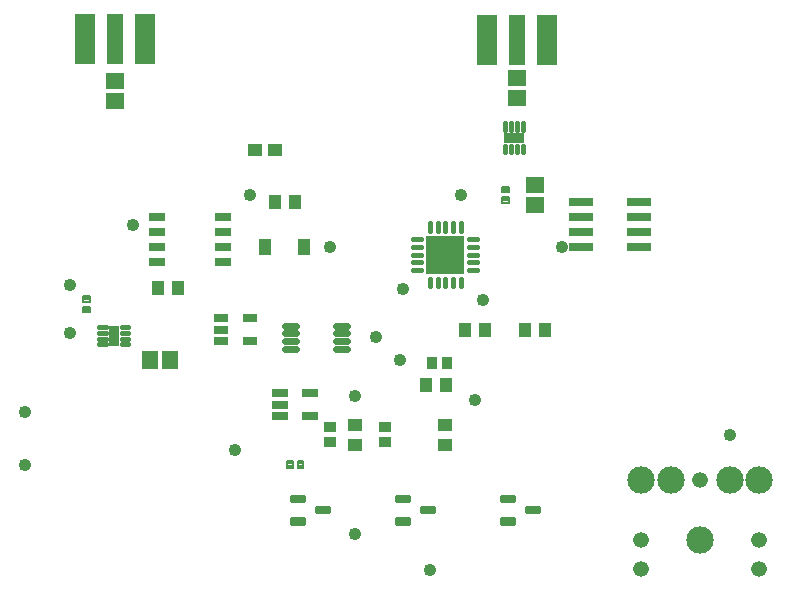
<source format=gbr>
G04 EAGLE Gerber RS-274X export*
G75*
%MOMM*%
%FSLAX34Y34*%
%LPD*%
%INSoldermask Top*%
%IPPOS*%
%AMOC8*
5,1,8,0,0,1.08239X$1,22.5*%
G01*
%ADD10R,0.827000X1.027000*%
%ADD11R,1.227000X1.127000*%
%ADD12R,1.037000X1.347000*%
%ADD13R,1.327000X0.727000*%
%ADD14C,2.311400*%
%ADD15C,1.327000*%
%ADD16R,1.127000X1.227000*%
%ADD17C,0.419500*%
%ADD18R,1.727000X0.927000*%
%ADD19C,0.597000*%
%ADD20C,0.447000*%
%ADD21R,3.227000X3.227000*%
%ADD22R,1.627000X1.427000*%
%ADD23C,0.200100*%
%ADD24R,0.927000X1.727000*%
%ADD25R,1.282700X0.747000*%
%ADD26R,1.427000X1.627000*%
%ADD27R,2.108200X0.685800*%
%ADD28R,1.651000X4.191000*%
%ADD29R,1.397000X4.191000*%
%ADD30C,0.428928*%
%ADD31R,1.027000X0.827000*%
%ADD32C,1.079500*%


D10*
X356720Y187960D03*
X369720Y187960D03*
D11*
X207400Y368300D03*
X224400Y368300D03*
D12*
X216035Y285750D03*
X248785Y285750D03*
D13*
X124400Y311150D03*
X124400Y298450D03*
X124400Y285750D03*
X124400Y273050D03*
X180400Y273050D03*
X180400Y285750D03*
X180400Y298450D03*
X180400Y311150D03*
D14*
X584200Y38100D03*
X559200Y88100D03*
X534200Y88100D03*
X609200Y88100D03*
X634200Y88100D03*
D15*
X534200Y38100D03*
X534200Y13100D03*
X634200Y13100D03*
X634200Y38100D03*
X584200Y88100D03*
D16*
X240910Y323850D03*
X223910Y323850D03*
D11*
X368300Y118500D03*
X368300Y135500D03*
D16*
X369180Y168910D03*
X352180Y168910D03*
X141850Y251460D03*
X124850Y251460D03*
D17*
X434220Y385224D02*
X434220Y390610D01*
X434220Y390610D01*
X434220Y385224D01*
X434220Y385224D01*
X434220Y389209D02*
X434220Y389209D01*
X429220Y390610D02*
X429220Y385224D01*
X429220Y390610D02*
X429220Y390610D01*
X429220Y385224D01*
X429220Y385224D01*
X429220Y389209D02*
X429220Y389209D01*
X424220Y390610D02*
X424220Y385224D01*
X424220Y390610D02*
X424220Y390610D01*
X424220Y385224D01*
X424220Y385224D01*
X424220Y389209D02*
X424220Y389209D01*
X419220Y390610D02*
X419220Y385224D01*
X419220Y390610D02*
X419220Y390610D01*
X419220Y385224D01*
X419220Y385224D01*
X419220Y389209D02*
X419220Y389209D01*
X419220Y371696D02*
X419220Y366310D01*
X419220Y371696D02*
X419220Y371696D01*
X419220Y366310D01*
X419220Y366310D01*
X419220Y370295D02*
X419220Y370295D01*
X424220Y371696D02*
X424220Y366310D01*
X424220Y371696D02*
X424220Y371696D01*
X424220Y366310D01*
X424220Y366310D01*
X424220Y370295D02*
X424220Y370295D01*
X429220Y371696D02*
X429220Y366310D01*
X429220Y371696D02*
X429220Y371696D01*
X429220Y366310D01*
X429220Y366310D01*
X429220Y370295D02*
X429220Y370295D01*
X434220Y371696D02*
X434220Y366310D01*
X434220Y371696D02*
X434220Y371696D01*
X434220Y366310D01*
X434220Y366310D01*
X434220Y370295D02*
X434220Y370295D01*
D18*
X426720Y378460D03*
D19*
X285480Y199800D02*
X275980Y199800D01*
X275980Y206300D02*
X285480Y206300D01*
X285480Y212800D02*
X275980Y212800D01*
X275980Y219300D02*
X285480Y219300D01*
X242180Y219300D02*
X232680Y219300D01*
X232680Y212800D02*
X242180Y212800D01*
X242180Y206300D02*
X232680Y206300D01*
X232680Y199800D02*
X242180Y199800D01*
D20*
X388587Y266400D02*
X395259Y266400D01*
X395259Y272900D02*
X388587Y272900D01*
X388587Y279400D02*
X395259Y279400D01*
X395259Y285900D02*
X388587Y285900D01*
X388587Y292400D02*
X395259Y292400D01*
X381300Y299687D02*
X381300Y306359D01*
X374800Y306359D02*
X374800Y299687D01*
X368300Y299687D02*
X368300Y306359D01*
X361800Y306359D02*
X361800Y299687D01*
X355300Y299687D02*
X355300Y306359D01*
X348013Y292400D02*
X341341Y292400D01*
X341341Y285900D02*
X348013Y285900D01*
X348013Y279400D02*
X341341Y279400D01*
X341341Y272900D02*
X348013Y272900D01*
X348013Y266400D02*
X341341Y266400D01*
X355300Y259113D02*
X355300Y252441D01*
X361800Y252441D02*
X361800Y259113D01*
X368300Y259113D02*
X368300Y252441D01*
X374800Y252441D02*
X374800Y259113D01*
X381300Y259113D02*
X381300Y252441D01*
D21*
X368300Y279400D03*
D22*
X429260Y411870D03*
X429260Y428870D03*
X444500Y321700D03*
X444500Y338700D03*
D23*
X421885Y336985D02*
X421885Y332315D01*
X416315Y332315D01*
X416315Y336985D01*
X421885Y336985D01*
X421885Y334216D02*
X416315Y334216D01*
X416315Y336117D02*
X421885Y336117D01*
X421885Y328085D02*
X421885Y323415D01*
X416315Y323415D01*
X416315Y328085D01*
X421885Y328085D01*
X421885Y325316D02*
X416315Y325316D01*
X416315Y327217D02*
X421885Y327217D01*
D17*
X99780Y203320D02*
X94394Y203320D01*
X99780Y203320D02*
X99780Y203320D01*
X94394Y203320D01*
X94394Y203320D01*
X94394Y208320D02*
X99780Y208320D01*
X99780Y208320D01*
X94394Y208320D01*
X94394Y208320D01*
X94394Y213320D02*
X99780Y213320D01*
X99780Y213320D01*
X94394Y213320D01*
X94394Y213320D01*
X94394Y218320D02*
X99780Y218320D01*
X99780Y218320D01*
X94394Y218320D01*
X94394Y218320D01*
X80866Y218320D02*
X75480Y218320D01*
X80866Y218320D02*
X80866Y218320D01*
X75480Y218320D01*
X75480Y218320D01*
X75480Y213320D02*
X80866Y213320D01*
X80866Y213320D01*
X75480Y213320D01*
X75480Y213320D01*
X75480Y208320D02*
X80866Y208320D01*
X80866Y208320D01*
X75480Y208320D01*
X75480Y208320D01*
X75480Y203320D02*
X80866Y203320D01*
X80866Y203320D01*
X75480Y203320D01*
X75480Y203320D01*
D24*
X87630Y210820D03*
D25*
X178044Y225400D03*
X178044Y215900D03*
X178044Y206400D03*
X202956Y206400D03*
X202956Y225400D03*
D26*
X135500Y190500D03*
X118500Y190500D03*
D22*
X88900Y426330D03*
X88900Y409330D03*
D23*
X67555Y244275D02*
X67555Y239605D01*
X61985Y239605D01*
X61985Y244275D01*
X67555Y244275D01*
X67555Y241506D02*
X61985Y241506D01*
X61985Y243407D02*
X67555Y243407D01*
X67555Y235375D02*
X67555Y230705D01*
X61985Y230705D01*
X61985Y235375D01*
X67555Y235375D01*
X67555Y232606D02*
X61985Y232606D01*
X61985Y234507D02*
X67555Y234507D01*
X243415Y98815D02*
X248085Y98815D01*
X243415Y98815D02*
X243415Y104385D01*
X248085Y104385D01*
X248085Y98815D01*
X248085Y100716D02*
X243415Y100716D01*
X243415Y102617D02*
X248085Y102617D01*
X239185Y98815D02*
X234515Y98815D01*
X234515Y104385D01*
X239185Y104385D01*
X239185Y98815D01*
X239185Y100716D02*
X234515Y100716D01*
X234515Y102617D02*
X239185Y102617D01*
D27*
X532638Y285750D03*
X532638Y298450D03*
X532638Y311150D03*
X532638Y323850D03*
X483362Y323850D03*
X483362Y311150D03*
X483362Y298450D03*
X483362Y285750D03*
D28*
X114300Y462280D03*
X63500Y462280D03*
D29*
X88900Y462280D03*
D28*
X454660Y461010D03*
X403860Y461010D03*
D29*
X429260Y461010D03*
D16*
X453000Y215900D03*
X436000Y215900D03*
X402200Y215900D03*
X385200Y215900D03*
D30*
X416559Y71509D02*
X425841Y71509D01*
X416559Y71509D02*
X416559Y74491D01*
X425841Y74491D01*
X425841Y71509D01*
X425841Y52509D02*
X416559Y52509D01*
X416559Y55491D01*
X425841Y55491D01*
X425841Y52509D01*
X437759Y62009D02*
X447041Y62009D01*
X437759Y62009D02*
X437759Y64991D01*
X447041Y64991D01*
X447041Y62009D01*
X336941Y71509D02*
X327659Y71509D01*
X327659Y74491D01*
X336941Y74491D01*
X336941Y71509D01*
X336941Y52509D02*
X327659Y52509D01*
X327659Y55491D01*
X336941Y55491D01*
X336941Y52509D01*
X348859Y62009D02*
X358141Y62009D01*
X348859Y62009D02*
X348859Y64991D01*
X358141Y64991D01*
X358141Y62009D01*
X248041Y71509D02*
X238759Y71509D01*
X238759Y74491D01*
X248041Y74491D01*
X248041Y71509D01*
X248041Y52509D02*
X238759Y52509D01*
X238759Y55491D01*
X248041Y55491D01*
X248041Y52509D01*
X259959Y62009D02*
X269241Y62009D01*
X259959Y62009D02*
X259959Y64991D01*
X269241Y64991D01*
X269241Y62009D01*
D11*
X292100Y118500D03*
X292100Y135500D03*
D13*
X228800Y161900D03*
X228800Y152400D03*
X228800Y142900D03*
X253800Y142900D03*
X253800Y161900D03*
D31*
X317500Y133500D03*
X317500Y120500D03*
X270510Y133500D03*
X270510Y120500D03*
D32*
X467360Y285750D03*
X332740Y250190D03*
X400050Y241300D03*
X381300Y330200D03*
X50800Y254000D03*
X309880Y209550D03*
X104267Y304800D03*
X330200Y190500D03*
X270510Y285750D03*
X609200Y127000D03*
X292100Y160020D03*
X393700Y156210D03*
X203200Y330200D03*
X50800Y213320D03*
X190500Y114300D03*
X292100Y43180D03*
X12700Y101600D03*
X355600Y12700D03*
X12700Y146050D03*
M02*

</source>
